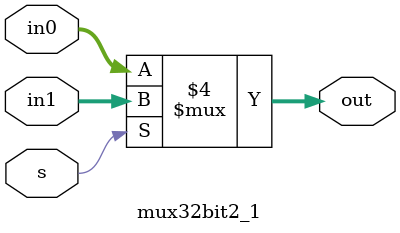
<source format=v>
module mux32bit2_1(
input s,
input [31:0] in0,
input [31:0] in1,
output reg [31:0] out
);

always@(s or in0 or in1)
	if (s == 1) begin
	out = in1;
	end
	else begin
	out = in0;	
	end
endmodule
</source>
